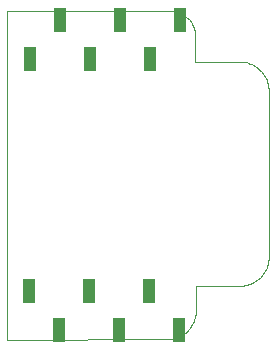
<source format=gbp>
G75*
G70*
%OFA0B0*%
%FSLAX24Y24*%
%IPPOS*%
%LPD*%
%AMOC8*
5,1,8,0,0,1.08239X$1,22.5*
%
%ADD10C,0.0000*%
%ADD11R,0.0394X0.0787*%
D10*
X014712Y012689D02*
X014712Y014461D01*
X014716Y014461D01*
X014716Y021941D01*
X014711Y021926D01*
X014711Y023658D01*
X020059Y023657D01*
X020058Y023657D02*
X020115Y023661D01*
X020172Y023660D01*
X020229Y023656D01*
X020285Y023648D01*
X020341Y023637D01*
X020396Y023622D01*
X020450Y023603D01*
X020502Y023581D01*
X020553Y023555D01*
X020602Y023526D01*
X020649Y023494D01*
X020694Y023459D01*
X020736Y023421D01*
X020776Y023381D01*
X020814Y023338D01*
X020848Y023292D01*
X020879Y023245D01*
X020907Y023195D01*
X020932Y023144D01*
X020954Y023091D01*
X020971Y023037D01*
X020986Y022982D01*
X020996Y022926D01*
X021003Y022870D01*
X021003Y021953D01*
X022464Y021961D01*
X022526Y021959D01*
X022587Y021953D01*
X022648Y021944D01*
X022709Y021930D01*
X022768Y021913D01*
X022826Y021892D01*
X022883Y021867D01*
X022938Y021839D01*
X022991Y021808D01*
X023042Y021773D01*
X023091Y021735D01*
X023138Y021694D01*
X023181Y021651D01*
X023222Y021604D01*
X023260Y021555D01*
X023295Y021504D01*
X023326Y021451D01*
X023354Y021396D01*
X023379Y021339D01*
X023400Y021281D01*
X023417Y021222D01*
X023431Y021161D01*
X023440Y021100D01*
X023446Y021039D01*
X023448Y020977D01*
X023448Y015446D01*
X023449Y015446D02*
X023447Y015385D01*
X023441Y015325D01*
X023432Y015265D01*
X023419Y015206D01*
X023402Y015148D01*
X023381Y015091D01*
X023357Y015035D01*
X023330Y014981D01*
X023299Y014929D01*
X023265Y014879D01*
X023228Y014831D01*
X023187Y014785D01*
X023145Y014743D01*
X023099Y014702D01*
X023051Y014665D01*
X023001Y014631D01*
X022949Y014600D01*
X022895Y014573D01*
X022839Y014549D01*
X022782Y014528D01*
X022724Y014511D01*
X022665Y014498D01*
X022605Y014489D01*
X022545Y014483D01*
X022484Y014481D01*
X021019Y014472D01*
X021019Y013661D01*
X021020Y013661D02*
X021018Y013600D01*
X021012Y013540D01*
X021003Y013480D01*
X020990Y013421D01*
X020973Y013363D01*
X020952Y013306D01*
X020928Y013250D01*
X020901Y013196D01*
X020870Y013144D01*
X020836Y013094D01*
X020799Y013046D01*
X020758Y013000D01*
X020716Y012958D01*
X020670Y012917D01*
X020622Y012880D01*
X020572Y012846D01*
X020520Y012815D01*
X020466Y012788D01*
X020410Y012764D01*
X020353Y012743D01*
X020295Y012726D01*
X020236Y012713D01*
X020176Y012704D01*
X020116Y012698D01*
X020055Y012696D01*
X020055Y012697D02*
X014712Y012689D01*
D11*
X016452Y013016D03*
X017452Y014316D03*
X018452Y013016D03*
X019452Y014316D03*
X020452Y013016D03*
X015452Y014316D03*
X015480Y022038D03*
X016480Y023338D03*
X017480Y022038D03*
X018480Y023338D03*
X019480Y022038D03*
X020480Y023338D03*
M02*

</source>
